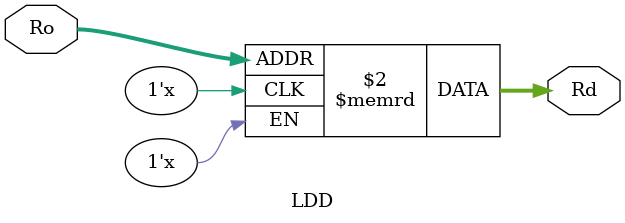
<source format=v>
module LDD (
    input [19:0] Ro, // from here
    output reg [19:0] Rd // to here
);

reg [19:0] memory [0:63]; // does something?

always @*
begin
    Rd = memory[Ro];
end

endmodule

</source>
